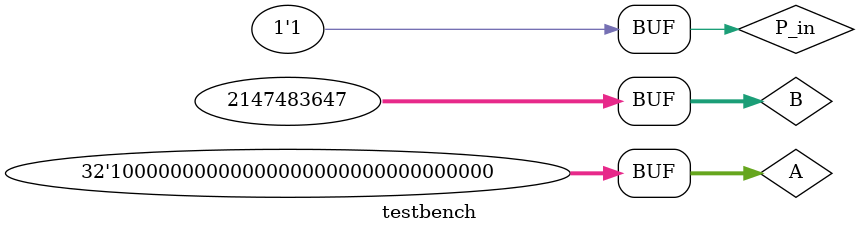
<source format=v>
`timescale 1ns / 1ps


module testbench();

    reg     [31:0]  A, B;
    reg             P_in;
    wire    [31:0]  S;
    wire            P_out;
    
    
    fulladder32 DUT(
                    .A(A),
                    .B(B),
                    .Pin(P_in),
                    .S(S),
                    .Pout(P_out)
    );
    
    initial begin
        A = 0; B = 0; P_in = 0;
        #5;
        
        A = 1; B = 0; P_in = 0;
		#5;                  // <- Делаем паузу в пять отсчётов
		                     // времени симуляции перед очередным
		A = 100; B = 300; P_in = 0;	// изменением входных сигналов
		#5;

		A = 0; B = 1337; P_in = 0;
		#5;

		A = 228; B = 1488; P_in = 1;  
		#5;

		A = 1; B = 1; P_in = 1;  
		#5;

		A = 500000; B = 10; P_in = 1;  
		#5;

		A = 6216144; B = 135761; P_in = 0;
		#5;

		A = 6216144; B = 135761; P_in = 0;  
		#5;

		A = 2_147_483_647; B = 2_147_483_647; P_in = 0;
		#5;

		A = 2_147_483_647; B = 2_147_483_647; P_in = 1;
		#5;

		A = 2_147_483_647 + 1; B = 2_147_483_647; P_in = 1;
		#5;
	end
    

endmodule

</source>
